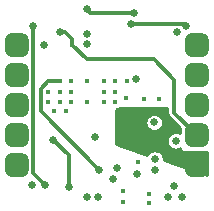
<source format=gbr>
%TF.GenerationSoftware,KiCad,Pcbnew,5.1.8*%
%TF.CreationDate,2020-11-30T19:21:11+01:00*%
%TF.ProjectId,lipo-stamp-proto,6c69706f-2d73-4746-916d-702d70726f74,rev?*%
%TF.SameCoordinates,Original*%
%TF.FileFunction,Copper,L2,Inr*%
%TF.FilePolarity,Positive*%
%FSLAX46Y46*%
G04 Gerber Fmt 4.6, Leading zero omitted, Abs format (unit mm)*
G04 Created by KiCad (PCBNEW 5.1.8) date 2020-11-30 19:21:11*
%MOMM*%
%LPD*%
G01*
G04 APERTURE LIST*
%TA.AperFunction,ViaPad*%
%ADD10C,0.450000*%
%TD*%
%TA.AperFunction,ViaPad*%
%ADD11C,0.635000*%
%TD*%
%TA.AperFunction,Conductor*%
%ADD12C,0.317500*%
%TD*%
%TA.AperFunction,Conductor*%
%ADD13C,0.254000*%
%TD*%
%TA.AperFunction,Conductor*%
%ADD14C,0.100000*%
%TD*%
G04 APERTURE END LIST*
%TO.N,GND*%
%TO.C,TP10*%
%TA.AperFunction,ComponentPad*%
G36*
G01*
X123460000Y-55110000D02*
X123460000Y-54110000D01*
G75*
G02*
X123960000Y-53610000I500000J0D01*
G01*
X124960000Y-53610000D01*
G75*
G02*
X125460000Y-54110000I0J-500000D01*
G01*
X125460000Y-55110000D01*
G75*
G02*
X124960000Y-55610000I-500000J0D01*
G01*
X123960000Y-55610000D01*
G75*
G02*
X123460000Y-55110000I0J500000D01*
G01*
G37*
%TD.AperFunction*%
%TD*%
%TO.N,/STAT*%
%TO.C,TP9*%
%TA.AperFunction,ComponentPad*%
G36*
G01*
X123460000Y-62730000D02*
X123460000Y-61730000D01*
G75*
G02*
X123960000Y-61230000I500000J0D01*
G01*
X124960000Y-61230000D01*
G75*
G02*
X125460000Y-61730000I0J-500000D01*
G01*
X125460000Y-62730000D01*
G75*
G02*
X124960000Y-63230000I-500000J0D01*
G01*
X123960000Y-63230000D01*
G75*
G02*
X123460000Y-62730000I0J500000D01*
G01*
G37*
%TD.AperFunction*%
%TD*%
%TO.N,/+3v3*%
%TO.C,TP8*%
%TA.AperFunction,ComponentPad*%
G36*
G01*
X123460000Y-60190000D02*
X123460000Y-59190000D01*
G75*
G02*
X123960000Y-58690000I500000J0D01*
G01*
X124960000Y-58690000D01*
G75*
G02*
X125460000Y-59190000I0J-500000D01*
G01*
X125460000Y-60190000D01*
G75*
G02*
X124960000Y-60690000I-500000J0D01*
G01*
X123960000Y-60690000D01*
G75*
G02*
X123460000Y-60190000I0J500000D01*
G01*
G37*
%TD.AperFunction*%
%TD*%
%TO.N,/+BATT*%
%TO.C,TP7*%
%TA.AperFunction,ComponentPad*%
G36*
G01*
X123460000Y-57650000D02*
X123460000Y-56650000D01*
G75*
G02*
X123960000Y-56150000I500000J0D01*
G01*
X124960000Y-56150000D01*
G75*
G02*
X125460000Y-56650000I0J-500000D01*
G01*
X125460000Y-57650000D01*
G75*
G02*
X124960000Y-58150000I-500000J0D01*
G01*
X123960000Y-58150000D01*
G75*
G02*
X123460000Y-57650000I0J500000D01*
G01*
G37*
%TD.AperFunction*%
%TD*%
%TO.N,/VMAX*%
%TO.C,TP6*%
%TA.AperFunction,ComponentPad*%
G36*
G01*
X123460000Y-65270000D02*
X123460000Y-64270000D01*
G75*
G02*
X123960000Y-63770000I500000J0D01*
G01*
X124960000Y-63770000D01*
G75*
G02*
X125460000Y-64270000I0J-500000D01*
G01*
X125460000Y-65270000D01*
G75*
G02*
X124960000Y-65770000I-500000J0D01*
G01*
X123960000Y-65770000D01*
G75*
G02*
X123460000Y-65270000I0J500000D01*
G01*
G37*
%TD.AperFunction*%
%TD*%
%TO.N,/3v3_EN*%
%TO.C,TP5*%
%TA.AperFunction,ComponentPad*%
G36*
G01*
X108220000Y-60190000D02*
X108220000Y-59190000D01*
G75*
G02*
X108720000Y-58690000I500000J0D01*
G01*
X109720000Y-58690000D01*
G75*
G02*
X110220000Y-59190000I0J-500000D01*
G01*
X110220000Y-60190000D01*
G75*
G02*
X109720000Y-60690000I-500000J0D01*
G01*
X108720000Y-60690000D01*
G75*
G02*
X108220000Y-60190000I0J500000D01*
G01*
G37*
%TD.AperFunction*%
%TD*%
%TO.N,/+CHARGE*%
%TO.C,TP4*%
%TA.AperFunction,ComponentPad*%
G36*
G01*
X108220000Y-65270000D02*
X108220000Y-64270000D01*
G75*
G02*
X108720000Y-63770000I500000J0D01*
G01*
X109720000Y-63770000D01*
G75*
G02*
X110220000Y-64270000I0J-500000D01*
G01*
X110220000Y-65270000D01*
G75*
G02*
X109720000Y-65770000I-500000J0D01*
G01*
X108720000Y-65770000D01*
G75*
G02*
X108220000Y-65270000I0J500000D01*
G01*
G37*
%TD.AperFunction*%
%TD*%
%TO.N,GND*%
%TO.C,TP3*%
%TA.AperFunction,ComponentPad*%
G36*
G01*
X108220000Y-62730000D02*
X108220000Y-61730000D01*
G75*
G02*
X108720000Y-61230000I500000J0D01*
G01*
X109720000Y-61230000D01*
G75*
G02*
X110220000Y-61730000I0J-500000D01*
G01*
X110220000Y-62730000D01*
G75*
G02*
X109720000Y-63230000I-500000J0D01*
G01*
X108720000Y-63230000D01*
G75*
G02*
X108220000Y-62730000I0J500000D01*
G01*
G37*
%TD.AperFunction*%
%TD*%
%TO.N,/+BATT*%
%TO.C,TP2*%
%TA.AperFunction,ComponentPad*%
G36*
G01*
X108220000Y-57650000D02*
X108220000Y-56650000D01*
G75*
G02*
X108720000Y-56150000I500000J0D01*
G01*
X109720000Y-56150000D01*
G75*
G02*
X110220000Y-56650000I0J-500000D01*
G01*
X110220000Y-57650000D01*
G75*
G02*
X109720000Y-58150000I-500000J0D01*
G01*
X108720000Y-58150000D01*
G75*
G02*
X108220000Y-57650000I0J500000D01*
G01*
G37*
%TD.AperFunction*%
%TD*%
%TO.N,/-BATT_RAW*%
%TO.C,TP1*%
%TA.AperFunction,ComponentPad*%
G36*
G01*
X108220000Y-55110000D02*
X108220000Y-54110000D01*
G75*
G02*
X108720000Y-53610000I500000J0D01*
G01*
X109720000Y-53610000D01*
G75*
G02*
X110220000Y-54110000I0J-500000D01*
G01*
X110220000Y-55110000D01*
G75*
G02*
X109720000Y-55610000I-500000J0D01*
G01*
X108720000Y-55610000D01*
G75*
G02*
X108220000Y-55110000I0J500000D01*
G01*
G37*
%TD.AperFunction*%
%TD*%
D10*
%TO.N,GND*%
X116586000Y-58547000D03*
X113792000Y-58547000D03*
X115189000Y-59436000D03*
X115189000Y-57658000D03*
X116586000Y-59436000D03*
X113792000Y-57658000D03*
X116586000Y-57658000D03*
X113792000Y-59436000D03*
D11*
X110490000Y-66421000D03*
D10*
X117538500Y-57658000D03*
X117538500Y-58547000D03*
X117538500Y-59436000D03*
X112839500Y-59436000D03*
X112839500Y-58547000D03*
X118516400Y-57658000D03*
X111836200Y-59436000D03*
X111836200Y-58572400D03*
X112344200Y-60198000D03*
D11*
X115189000Y-53670200D03*
X115189000Y-54559200D03*
X111506000Y-54610000D03*
X120851052Y-61161052D03*
X122671448Y-62727448D03*
X115824000Y-62357000D03*
D10*
X113347500Y-60198000D03*
X118427500Y-59118500D03*
X120015000Y-59182000D03*
X121285000Y-59182000D03*
D11*
%TO.N,Net-(C1-Pad1)*%
X116205000Y-65151000D03*
D10*
X112839500Y-57658000D03*
D11*
%TO.N,/+BATT*%
X122809000Y-53530500D03*
X117348000Y-65913000D03*
X120904000Y-64262000D03*
X120904000Y-65151000D03*
X119380000Y-65532000D03*
X117729000Y-65024000D03*
%TO.N,/-BATT*%
X115125500Y-51562000D03*
X119126000Y-51879500D03*
%TO.N,Net-(D1-Pad1)*%
X112268000Y-62611000D03*
X119314551Y-57469551D03*
X113601500Y-66611488D03*
%TO.N,Net-(D2-Pad1)*%
X111633000Y-66421000D03*
X110617000Y-52959000D03*
%TO.N,/+CHARGE*%
X122555000Y-66548000D03*
X116078000Y-67437000D03*
X123190000Y-67437000D03*
X122047000Y-67437000D03*
D10*
X118237000Y-67881500D03*
X118237000Y-66992500D03*
X120396000Y-68008500D03*
X120396000Y-67183000D03*
D11*
X115189283Y-67437135D03*
%TO.N,/VMAX*%
X118237000Y-60706000D03*
X118237000Y-61722000D03*
D10*
X119570500Y-60896500D03*
D11*
%TO.N,/STAT*%
X112903000Y-53467000D03*
D10*
X113919000Y-54610000D03*
D11*
%TO.N,Net-(R6-Pad1)*%
X118872000Y-52832000D03*
X123571000Y-52959000D03*
D10*
%TO.N,/3v3_EN*%
X119507000Y-64516000D03*
%TD*%
D12*
%TO.N,Net-(C1-Pad1)*%
X111252000Y-58292648D02*
X111252000Y-60198000D01*
X116205000Y-65151000D02*
X111252000Y-60198000D01*
X111886648Y-57658000D02*
X111252000Y-58292648D01*
X112839500Y-57658000D02*
X111886648Y-57658000D01*
%TO.N,/-BATT*%
X115125500Y-51562000D02*
X115443000Y-51879500D01*
X115443000Y-51879500D02*
X119126000Y-51879500D01*
%TO.N,Net-(D1-Pad1)*%
X112268000Y-62611000D02*
X113601500Y-63944500D01*
X113601500Y-63944500D02*
X113601500Y-66611488D01*
%TO.N,Net-(D2-Pad1)*%
X110617000Y-55118000D02*
X110617000Y-52959000D01*
X111633000Y-66421000D02*
X110617000Y-65405000D01*
X110617000Y-65405000D02*
X110617000Y-58420000D01*
X110617000Y-58420000D02*
X110617000Y-55118000D01*
%TO.N,/STAT*%
X113284000Y-53467000D02*
X112903000Y-53467000D01*
X113919000Y-54102000D02*
X113284000Y-53467000D01*
X113919000Y-54610000D02*
X113919000Y-54102000D01*
X122555000Y-60325000D02*
X124460000Y-62230000D01*
X120853200Y-55829200D02*
X122555000Y-57531000D01*
X122555000Y-57531000D02*
X122555000Y-60325000D01*
X115138200Y-55829200D02*
X120853200Y-55829200D01*
X113919000Y-54610000D02*
X115138200Y-55829200D01*
%TO.N,Net-(R6-Pad1)*%
X118872000Y-52832000D02*
X121792998Y-52832000D01*
X121792998Y-52832000D02*
X122491500Y-52832000D01*
X123444000Y-52832000D02*
X123571000Y-52959000D01*
X122491500Y-52832000D02*
X123444000Y-52832000D01*
%TD*%
D13*
%TO.N,/VMAX*%
X121969251Y-60296217D02*
X121966416Y-60325000D01*
X121977726Y-60439827D01*
X122011220Y-60550241D01*
X122065610Y-60652000D01*
X122093892Y-60686461D01*
X122138809Y-60741192D01*
X122161165Y-60759539D01*
X123039962Y-61638337D01*
X123030934Y-61730000D01*
X123030934Y-62072247D01*
X123024101Y-62067681D01*
X122888611Y-62011559D01*
X122744775Y-61982948D01*
X122598121Y-61982948D01*
X122454285Y-62011559D01*
X122318795Y-62067681D01*
X122196857Y-62149157D01*
X122093157Y-62252857D01*
X122011681Y-62374795D01*
X121955559Y-62510285D01*
X121926948Y-62654121D01*
X121926948Y-62800775D01*
X121955559Y-62944611D01*
X122011681Y-63080101D01*
X122093157Y-63202039D01*
X122196857Y-63305739D01*
X122318795Y-63387215D01*
X122454285Y-63443337D01*
X122598121Y-63471948D01*
X122744775Y-63471948D01*
X122888611Y-63443337D01*
X123024101Y-63387215D01*
X123063000Y-63361224D01*
X123063000Y-63500000D01*
X123065440Y-63524776D01*
X123072667Y-63548601D01*
X123084403Y-63570557D01*
X123100197Y-63589803D01*
X123119443Y-63605597D01*
X123141399Y-63617333D01*
X123165224Y-63624560D01*
X123190000Y-63627000D01*
X123731891Y-63627000D01*
X123778748Y-63641214D01*
X123960000Y-63659066D01*
X124960000Y-63659066D01*
X125141252Y-63641214D01*
X125188109Y-63627000D01*
X125278000Y-63627000D01*
X125278000Y-65586130D01*
X121640857Y-64373749D01*
X121648500Y-64335327D01*
X121648500Y-64188673D01*
X121619889Y-64044837D01*
X121563767Y-63909347D01*
X121482291Y-63787409D01*
X121378591Y-63683709D01*
X121256653Y-63602233D01*
X121121163Y-63546111D01*
X120977327Y-63517500D01*
X120830673Y-63517500D01*
X120686837Y-63546111D01*
X120551347Y-63602233D01*
X120429409Y-63683709D01*
X120325709Y-63787409D01*
X120244856Y-63908415D01*
X117602000Y-63027463D01*
X117602000Y-61087725D01*
X120106552Y-61087725D01*
X120106552Y-61234379D01*
X120135163Y-61378215D01*
X120191285Y-61513705D01*
X120272761Y-61635643D01*
X120376461Y-61739343D01*
X120498399Y-61820819D01*
X120633889Y-61876941D01*
X120777725Y-61905552D01*
X120924379Y-61905552D01*
X121068215Y-61876941D01*
X121203705Y-61820819D01*
X121325643Y-61739343D01*
X121429343Y-61635643D01*
X121510819Y-61513705D01*
X121566941Y-61378215D01*
X121595552Y-61234379D01*
X121595552Y-61087725D01*
X121566941Y-60943889D01*
X121510819Y-60808399D01*
X121429343Y-60686461D01*
X121325643Y-60582761D01*
X121203705Y-60501285D01*
X121068215Y-60445163D01*
X120924379Y-60416552D01*
X120777725Y-60416552D01*
X120633889Y-60445163D01*
X120498399Y-60501285D01*
X120376461Y-60582761D01*
X120272761Y-60686461D01*
X120191285Y-60808399D01*
X120135163Y-60943889D01*
X120106552Y-61087725D01*
X117602000Y-61087725D01*
X117602000Y-60088000D01*
X117602716Y-60088000D01*
X117728681Y-60062944D01*
X117847338Y-60013795D01*
X117951794Y-59944000D01*
X121969251Y-59944000D01*
X121969251Y-60296217D01*
%TA.AperFunction,Conductor*%
D14*
G36*
X121969251Y-60296217D02*
G01*
X121966416Y-60325000D01*
X121977726Y-60439827D01*
X122011220Y-60550241D01*
X122065610Y-60652000D01*
X122093892Y-60686461D01*
X122138809Y-60741192D01*
X122161165Y-60759539D01*
X123039962Y-61638337D01*
X123030934Y-61730000D01*
X123030934Y-62072247D01*
X123024101Y-62067681D01*
X122888611Y-62011559D01*
X122744775Y-61982948D01*
X122598121Y-61982948D01*
X122454285Y-62011559D01*
X122318795Y-62067681D01*
X122196857Y-62149157D01*
X122093157Y-62252857D01*
X122011681Y-62374795D01*
X121955559Y-62510285D01*
X121926948Y-62654121D01*
X121926948Y-62800775D01*
X121955559Y-62944611D01*
X122011681Y-63080101D01*
X122093157Y-63202039D01*
X122196857Y-63305739D01*
X122318795Y-63387215D01*
X122454285Y-63443337D01*
X122598121Y-63471948D01*
X122744775Y-63471948D01*
X122888611Y-63443337D01*
X123024101Y-63387215D01*
X123063000Y-63361224D01*
X123063000Y-63500000D01*
X123065440Y-63524776D01*
X123072667Y-63548601D01*
X123084403Y-63570557D01*
X123100197Y-63589803D01*
X123119443Y-63605597D01*
X123141399Y-63617333D01*
X123165224Y-63624560D01*
X123190000Y-63627000D01*
X123731891Y-63627000D01*
X123778748Y-63641214D01*
X123960000Y-63659066D01*
X124960000Y-63659066D01*
X125141252Y-63641214D01*
X125188109Y-63627000D01*
X125278000Y-63627000D01*
X125278000Y-65586130D01*
X121640857Y-64373749D01*
X121648500Y-64335327D01*
X121648500Y-64188673D01*
X121619889Y-64044837D01*
X121563767Y-63909347D01*
X121482291Y-63787409D01*
X121378591Y-63683709D01*
X121256653Y-63602233D01*
X121121163Y-63546111D01*
X120977327Y-63517500D01*
X120830673Y-63517500D01*
X120686837Y-63546111D01*
X120551347Y-63602233D01*
X120429409Y-63683709D01*
X120325709Y-63787409D01*
X120244856Y-63908415D01*
X117602000Y-63027463D01*
X117602000Y-61087725D01*
X120106552Y-61087725D01*
X120106552Y-61234379D01*
X120135163Y-61378215D01*
X120191285Y-61513705D01*
X120272761Y-61635643D01*
X120376461Y-61739343D01*
X120498399Y-61820819D01*
X120633889Y-61876941D01*
X120777725Y-61905552D01*
X120924379Y-61905552D01*
X121068215Y-61876941D01*
X121203705Y-61820819D01*
X121325643Y-61739343D01*
X121429343Y-61635643D01*
X121510819Y-61513705D01*
X121566941Y-61378215D01*
X121595552Y-61234379D01*
X121595552Y-61087725D01*
X121566941Y-60943889D01*
X121510819Y-60808399D01*
X121429343Y-60686461D01*
X121325643Y-60582761D01*
X121203705Y-60501285D01*
X121068215Y-60445163D01*
X120924379Y-60416552D01*
X120777725Y-60416552D01*
X120633889Y-60445163D01*
X120498399Y-60501285D01*
X120376461Y-60582761D01*
X120272761Y-60686461D01*
X120191285Y-60808399D01*
X120135163Y-60943889D01*
X120106552Y-61087725D01*
X117602000Y-61087725D01*
X117602000Y-60088000D01*
X117602716Y-60088000D01*
X117728681Y-60062944D01*
X117847338Y-60013795D01*
X117951794Y-59944000D01*
X121969251Y-59944000D01*
X121969251Y-60296217D01*
G37*
%TD.AperFunction*%
%TD*%
M02*

</source>
